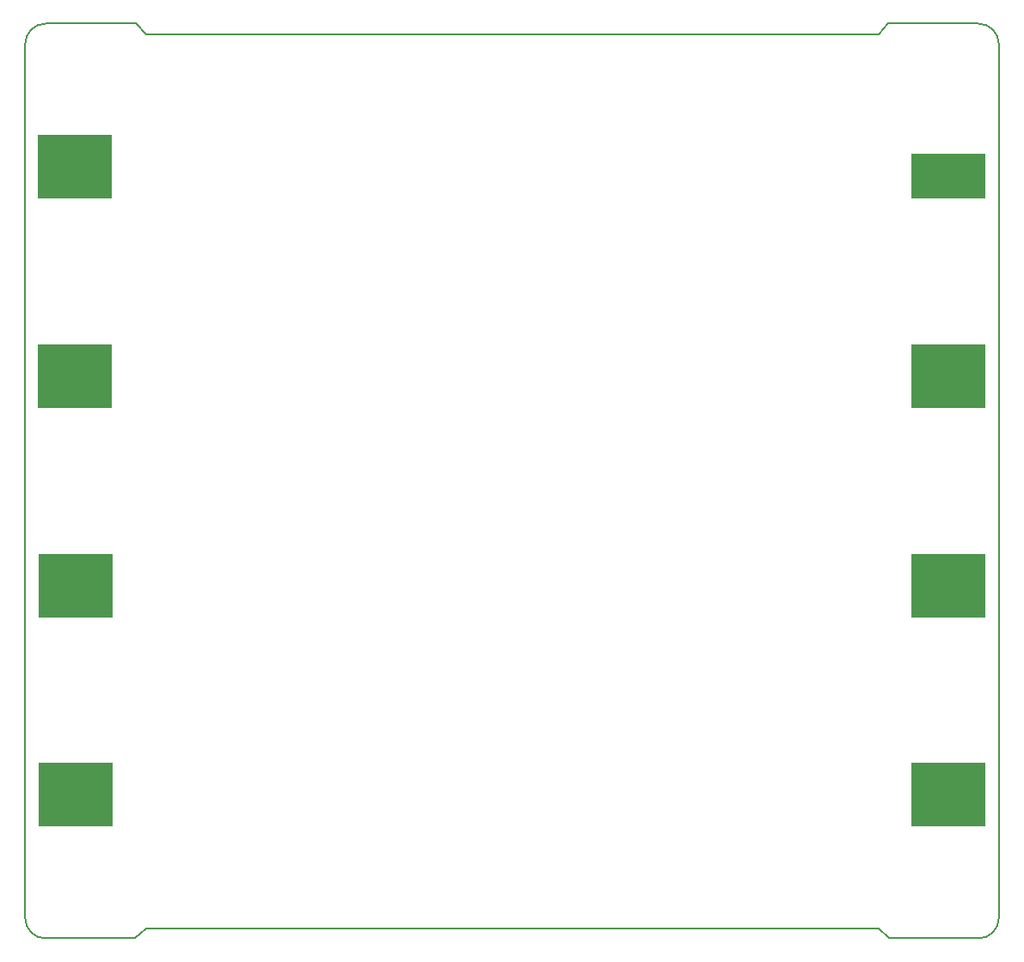
<source format=gbr>
%TF.GenerationSoftware,KiCad,Pcbnew,7.0.7*%
%TF.CreationDate,2023-10-10T18:21:33-04:00*%
%TF.ProjectId,batteryboard,62617474-6572-4796-926f-6172642e6b69,rev?*%
%TF.SameCoordinates,Original*%
%TF.FileFunction,Paste,Bot*%
%TF.FilePolarity,Positive*%
%FSLAX46Y46*%
G04 Gerber Fmt 4.6, Leading zero omitted, Abs format (unit mm)*
G04 Created by KiCad (PCBNEW 7.0.7) date 2023-10-10 18:21:33*
%MOMM*%
%LPD*%
G01*
G04 APERTURE LIST*
%ADD10R,7.340000X6.350000*%
%ADD11R,7.340000X4.500000*%
%TA.AperFunction,Profile*%
%ADD12C,0.150000*%
%TD*%
G04 APERTURE END LIST*
D10*
X58117400Y-88569800D03*
X144117400Y-88569800D03*
X144142800Y-129844800D03*
X58142800Y-129844800D03*
X144142800Y-109194600D03*
X58142800Y-109194600D03*
X58117400Y-67919600D03*
D11*
X144117400Y-68844600D03*
D12*
X53200300Y-141979900D02*
G75*
G03*
X55200300Y-143979900I2000000J0D01*
G01*
X147085300Y-143979900D02*
G75*
G03*
X149085300Y-141979900I0J2000000D01*
G01*
X149085300Y-55809900D02*
G75*
G03*
X147085300Y-53809900I-2000000J0D01*
G01*
X53200300Y-55809900D02*
X53200300Y-141979900D01*
X55200300Y-53809900D02*
G75*
G03*
X53200300Y-55809900I0J-2000000D01*
G01*
X55200300Y-143979900D02*
X64039500Y-143979900D01*
X149085300Y-141979900D02*
X149085300Y-55809900D01*
X137210800Y-143002000D02*
X65074800Y-143002000D01*
X64039500Y-143979900D02*
X65074800Y-143002000D01*
X147085300Y-143979900D02*
X138246100Y-143979900D01*
X65074800Y-54845200D02*
X64096900Y-53809900D01*
X137210800Y-54845200D02*
X65074800Y-54845200D01*
X137210800Y-54845200D02*
X138188700Y-53809900D01*
X147085300Y-53809900D02*
X138188700Y-53809900D01*
X64096900Y-53809900D02*
X55200300Y-53809900D01*
X138246100Y-143979900D02*
X137210800Y-143002000D01*
M02*

</source>
